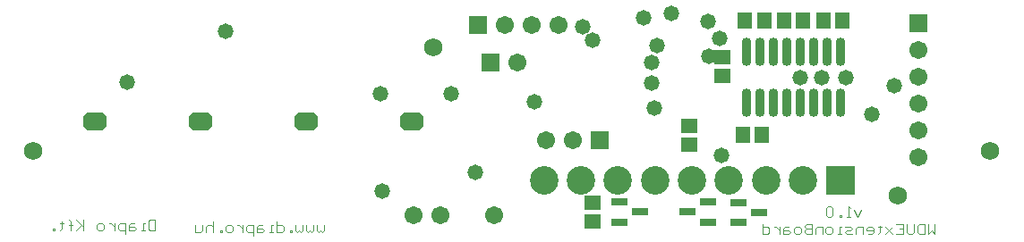
<source format=gbs>
%FSLAX25Y25*%
%MOIN*%
G70*
G01*
G75*
G04 Layer_Color=16711935*
%ADD10R,0.04724X0.05315*%
%ADD11R,0.08071X0.01575*%
%ADD12R,0.04331X0.02559*%
%ADD13R,0.05315X0.04724*%
%ADD14R,0.04724X0.05512*%
%ADD15R,0.05512X0.04724*%
%ADD16R,0.07284X0.04724*%
%ADD17C,0.01500*%
%ADD18C,0.02500*%
%ADD19C,0.01000*%
%ADD20C,0.06000*%
%ADD21C,0.05906*%
%ADD22R,0.05906X0.05906*%
%ADD23R,0.05906X0.05906*%
%ADD24C,0.09843*%
%ADD25R,0.09843X0.09843*%
G04:AMPARAMS|DCode=26|XSize=78.74mil|YSize=60mil|CornerRadius=0mil|HoleSize=0mil|Usage=FLASHONLY|Rotation=0.000|XOffset=0mil|YOffset=0mil|HoleType=Round|Shape=Octagon|*
%AMOCTAGOND26*
4,1,8,0.03937,-0.01500,0.03937,0.01500,0.02437,0.03000,-0.02437,0.03000,-0.03937,0.01500,-0.03937,-0.01500,-0.02437,-0.03000,0.02437,-0.03000,0.03937,-0.01500,0.0*
%
%ADD26OCTAGOND26*%

%ADD27C,0.05000*%
%ADD28R,0.05512X0.02362*%
%ADD29O,0.02756X0.09843*%
%ADD30C,0.00394*%
%ADD31R,0.05524X0.06115*%
%ADD32R,0.08871X0.02375*%
%ADD33R,0.05131X0.03359*%
%ADD34R,0.06115X0.05524*%
%ADD35R,0.05524X0.06312*%
%ADD36R,0.06312X0.05524*%
%ADD37R,0.08083X0.05524*%
%ADD38C,0.06800*%
%ADD39C,0.06706*%
%ADD40R,0.06706X0.06706*%
%ADD41R,0.06706X0.06706*%
%ADD42C,0.10642*%
%ADD43R,0.10642X0.10642*%
G04:AMPARAMS|DCode=44|XSize=86.74mil|YSize=68mil|CornerRadius=0mil|HoleSize=0mil|Usage=FLASHONLY|Rotation=0.000|XOffset=0mil|YOffset=0mil|HoleType=Round|Shape=Octagon|*
%AMOCTAGOND44*
4,1,8,0.04337,-0.01700,0.04337,0.01700,0.02637,0.03400,-0.02637,0.03400,-0.04337,0.01700,-0.04337,-0.01700,-0.02637,-0.03400,0.02637,-0.03400,0.04337,-0.01700,0.0*
%
%ADD44OCTAGOND44*%

%ADD45C,0.05800*%
%ADD46R,0.06312X0.03162*%
%ADD47O,0.03556X0.10642*%
D30*
X-13847Y424124D02*
X-15158Y421500D01*
X-16470Y424124D01*
X-17782Y421500D02*
X-19094D01*
X-18438D01*
Y425436D01*
X-17782Y424780D01*
X-21062Y421500D02*
Y422156D01*
X-21718D01*
Y421500D01*
X-21062D01*
X-24342Y424780D02*
X-24998Y425436D01*
X-26310D01*
X-26966Y424780D01*
Y422156D01*
X-26310Y421500D01*
X-24998D01*
X-24342Y422156D01*
Y424780D01*
X13661Y418948D02*
Y415012D01*
X12349Y416324D01*
X11038Y415012D01*
Y418948D01*
X9726D02*
Y415012D01*
X7758D01*
X7102Y415668D01*
Y418292D01*
X7758Y418948D01*
X9726D01*
X5790D02*
Y415668D01*
X5134Y415012D01*
X3822D01*
X3166Y415668D01*
Y418948D01*
X-770D02*
X1854D01*
Y415012D01*
X-770D01*
X1854Y416980D02*
X542D01*
X-2081Y417636D02*
X-4705Y415012D01*
X-3393Y416324D01*
X-4705Y417636D01*
X-2081Y415012D01*
X-6673Y418292D02*
Y417636D01*
X-6017D01*
X-7329D01*
X-6673D01*
Y415668D01*
X-7329Y415012D01*
X-11265D02*
X-9953D01*
X-9297Y415668D01*
Y416980D01*
X-9953Y417636D01*
X-11265D01*
X-11921Y416980D01*
Y416324D01*
X-9297D01*
X-13233Y415012D02*
Y417636D01*
X-15201D01*
X-15857Y416980D01*
Y415012D01*
X-17168D02*
X-19136D01*
X-19792Y415668D01*
X-19136Y416324D01*
X-17824D01*
X-17168Y416980D01*
X-17824Y417636D01*
X-19792D01*
X-21104Y415012D02*
X-22416D01*
X-21760D01*
Y417636D01*
X-21104D01*
X-25040Y415012D02*
X-26352D01*
X-27008Y415668D01*
Y416980D01*
X-26352Y417636D01*
X-25040D01*
X-24384Y416980D01*
Y415668D01*
X-25040Y415012D01*
X-28320D02*
Y417636D01*
X-30288D01*
X-30944Y416980D01*
Y415012D01*
X-32256Y418948D02*
Y415012D01*
X-34223D01*
X-34879Y415668D01*
Y416324D01*
X-34223Y416980D01*
X-32256D01*
X-34223D01*
X-34879Y417636D01*
Y418292D01*
X-34223Y418948D01*
X-32256D01*
X-36847Y415012D02*
X-38159D01*
X-38815Y415668D01*
Y416980D01*
X-38159Y417636D01*
X-36847D01*
X-36191Y416980D01*
Y415668D01*
X-36847Y415012D01*
X-40783Y417636D02*
X-42095D01*
X-42751Y416980D01*
Y415012D01*
X-40783D01*
X-40127Y415668D01*
X-40783Y416324D01*
X-42751D01*
X-44063Y417636D02*
Y415012D01*
Y416324D01*
X-44719Y416980D01*
X-45375Y417636D01*
X-46031D01*
X-50622Y418948D02*
Y415012D01*
X-48654D01*
X-47998Y415668D01*
Y416980D01*
X-48654Y417636D01*
X-50622D01*
X-213858Y418423D02*
Y416455D01*
X-214514Y415799D01*
X-215170Y416455D01*
X-215826Y415799D01*
X-216482Y416455D01*
Y418423D01*
X-217794D02*
Y416455D01*
X-218450Y415799D01*
X-219106Y416455D01*
X-219762Y415799D01*
X-220418Y416455D01*
Y418423D01*
X-221730D02*
Y416455D01*
X-222386Y415799D01*
X-223042Y416455D01*
X-223698Y415799D01*
X-224354Y416455D01*
Y418423D01*
X-225665Y415799D02*
Y416455D01*
X-226322D01*
Y415799D01*
X-225665D01*
X-231569Y419735D02*
Y415799D01*
X-229601D01*
X-228945Y416455D01*
Y417767D01*
X-229601Y418423D01*
X-231569D01*
X-232881Y415799D02*
X-234193D01*
X-233537D01*
Y418423D01*
X-232881D01*
X-236817D02*
X-238129D01*
X-238785Y417767D01*
Y415799D01*
X-236817D01*
X-236161Y416455D01*
X-236817Y417111D01*
X-238785D01*
X-240096Y414487D02*
Y418423D01*
X-242064D01*
X-242720Y417767D01*
Y416455D01*
X-242064Y415799D01*
X-240096D01*
X-244032Y418423D02*
Y415799D01*
Y417111D01*
X-244688Y417767D01*
X-245344Y418423D01*
X-246000D01*
X-248624Y415799D02*
X-249936D01*
X-250592Y416455D01*
Y417767D01*
X-249936Y418423D01*
X-248624D01*
X-247968Y417767D01*
Y416455D01*
X-248624Y415799D01*
X-251904D02*
Y416455D01*
X-252560D01*
Y415799D01*
X-251904D01*
X-255184Y419735D02*
Y415799D01*
Y417767D01*
X-255839Y418423D01*
X-257151D01*
X-257807Y417767D01*
Y415799D01*
X-259119Y418423D02*
Y416455D01*
X-259775Y415799D01*
X-261743D01*
Y418423D01*
X-276693Y420326D02*
Y416390D01*
X-278661D01*
X-279317Y417046D01*
Y419669D01*
X-278661Y420326D01*
X-276693D01*
X-280629Y416390D02*
X-281941D01*
X-281285D01*
Y419014D01*
X-280629D01*
X-284564D02*
X-285876D01*
X-286532Y418358D01*
Y416390D01*
X-284564D01*
X-283908Y417046D01*
X-284564Y417702D01*
X-286532D01*
X-287844Y415078D02*
Y419014D01*
X-289812D01*
X-290468Y418358D01*
Y417046D01*
X-289812Y416390D01*
X-287844D01*
X-291780Y419014D02*
Y416390D01*
Y417702D01*
X-292436Y418358D01*
X-293092Y419014D01*
X-293748D01*
X-296372Y416390D02*
X-297684D01*
X-298340Y417046D01*
Y418358D01*
X-297684Y419014D01*
X-296372D01*
X-295716Y418358D01*
Y417046D01*
X-296372Y416390D01*
X-303587Y420326D02*
Y416390D01*
Y417702D01*
X-306211Y420326D01*
X-304243Y418358D01*
X-306211Y416390D01*
X-308179D02*
Y419669D01*
Y418358D01*
X-307523D01*
X-308835D01*
X-308179D01*
Y419669D01*
X-308835Y420326D01*
X-311459Y419669D02*
Y419014D01*
X-310803D01*
X-312115D01*
X-311459D01*
Y417046D01*
X-312115Y416390D01*
X-314082D02*
Y417046D01*
X-314738D01*
Y416390D01*
X-314082D01*
D34*
X-113779Y426862D02*
D03*
Y419776D02*
D03*
X-77953Y455602D02*
D03*
Y448516D02*
D03*
D35*
X-20779Y494886D02*
D03*
X-27866D02*
D03*
X-35346D02*
D03*
X-42433D02*
D03*
X-57000D02*
D03*
X-49913D02*
D03*
X-50787Y452059D02*
D03*
X-57874D02*
D03*
D36*
X-65354Y481193D02*
D03*
Y474106D02*
D03*
D38*
X-173228Y484736D02*
D03*
X0Y429618D02*
D03*
X-322008Y446232D02*
D03*
X34291D02*
D03*
D39*
X-131024Y450091D02*
D03*
X-121024D02*
D03*
X-141732Y479106D02*
D03*
X-150354Y422138D02*
D03*
X-170354D02*
D03*
X-180354D02*
D03*
X-146614Y493004D02*
D03*
X-136614D02*
D03*
X-126614D02*
D03*
X7480Y483713D02*
D03*
Y473713D02*
D03*
Y463713D02*
D03*
Y453713D02*
D03*
Y443713D02*
D03*
D40*
X-111024Y450091D02*
D03*
X-151732Y479106D02*
D03*
X-156614Y493004D02*
D03*
D41*
X7480Y493713D02*
D03*
D42*
X-35433Y435130D02*
D03*
X-62992D02*
D03*
X-90551D02*
D03*
X-104331D02*
D03*
X-49213D02*
D03*
X-118110D02*
D03*
X-76772D02*
D03*
X-131890D02*
D03*
D43*
X-21654D02*
D03*
D44*
X-299213Y457114D02*
D03*
X-259842D02*
D03*
X-220472D02*
D03*
X-181102D02*
D03*
D45*
X-70346Y481500D02*
D03*
X-91847Y471500D02*
D03*
Y479000D02*
D03*
X-70846Y494437D02*
D03*
X-19346Y473500D02*
D03*
X-90847Y462000D02*
D03*
X-89677Y485500D02*
D03*
X-135346Y464500D02*
D03*
X-117638Y492531D02*
D03*
X-1347Y470500D02*
D03*
X-9681Y459835D02*
D03*
X-28346Y473500D02*
D03*
X-36347D02*
D03*
X-166347Y467500D02*
D03*
X-94685Y495760D02*
D03*
X-113898Y487453D02*
D03*
X-66339Y488083D02*
D03*
X-65787Y444461D02*
D03*
X-157559Y438216D02*
D03*
X-192253Y431184D02*
D03*
X-250512Y490878D02*
D03*
X-287283Y471823D02*
D03*
X-192953Y467374D02*
D03*
X-84409Y497492D02*
D03*
D46*
X-96260Y423319D02*
D03*
X-103740Y427059D02*
D03*
Y419579D02*
D03*
X-70866Y427059D02*
D03*
Y419579D02*
D03*
X-78347Y423319D02*
D03*
X-51968Y423122D02*
D03*
X-59449Y426862D02*
D03*
Y419382D02*
D03*
D47*
X-21390Y463980D02*
D03*
X-26390D02*
D03*
X-31390D02*
D03*
X-36390D02*
D03*
X-41390D02*
D03*
X-46390D02*
D03*
X-51390D02*
D03*
X-56390D02*
D03*
X-21390Y483272D02*
D03*
X-26390D02*
D03*
X-31390D02*
D03*
X-36390D02*
D03*
X-41390D02*
D03*
X-46390D02*
D03*
X-51390D02*
D03*
X-56390D02*
D03*
M02*

</source>
